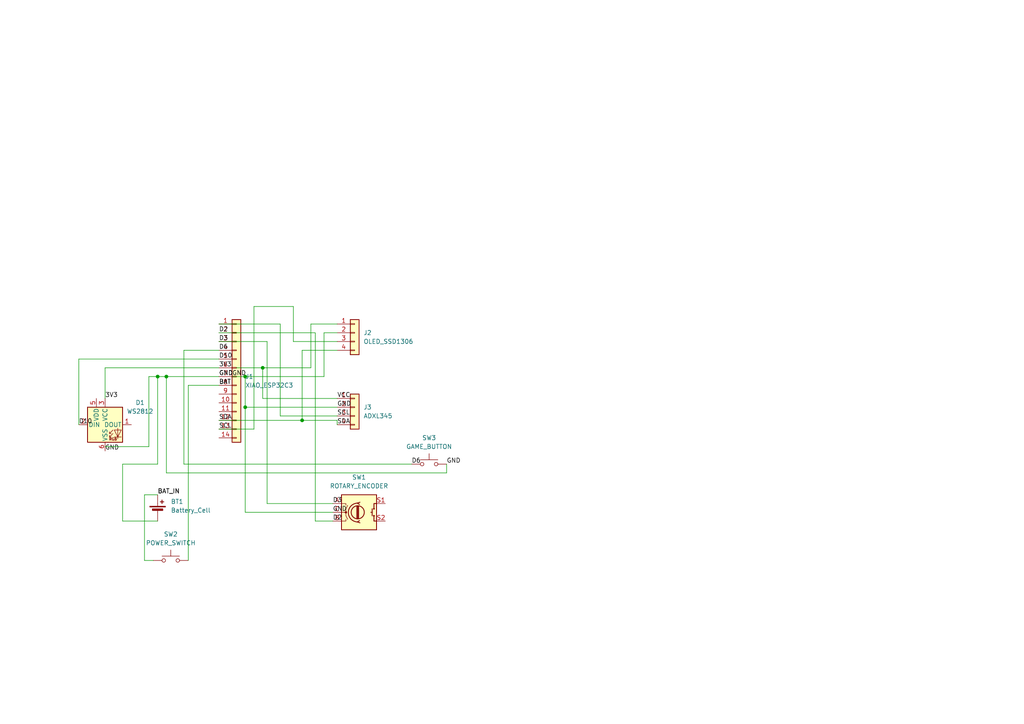
<source format=kicad_sch>
(kicad_sch (version 20250114) (generator "eeschema") (generator_version "9.0")
  (paper "A4")
  (lib_symbols
    (symbol "Connector_Generic:Conn_01x04" (pin_names (offset 1.016) (hide yes))
      (property "Reference" "J" (at 0 5.08 0))
      (property "Value" "Conn_01x04" (at 0 -7.62 0))
      (symbol "Conn_01x04_1_1"
        (rectangle (start -1.27 3.81) (end 1.27 -6.35) (stroke (width 0.254)) (fill (type background)))
        (rectangle (start -1.27 2.667) (end 0 2.413) (stroke (width 0.1524)))
        (rectangle (start -1.27 0.127) (end 0 -0.127) (stroke (width 0.1524)))
        (rectangle (start -1.27 -2.413) (end 0 -2.667) (stroke (width 0.1524)))
        (rectangle (start -1.27 -4.953) (end 0 -5.207) (stroke (width 0.1524)))
        (pin passive line (at -5.08 2.54 0) (length 3.81) (name "Pin_1") (number "1"))
        (pin passive line (at -5.08 0 0) (length 3.81) (name "Pin_2") (number "2"))
        (pin passive line (at -5.08 -2.54 0) (length 3.81) (name "Pin_3") (number "3"))
        (pin passive line (at -5.08 -5.08 0) (length 3.81) (name "Pin_4") (number "4"))
      )
    )
    (symbol "Connector_Generic:Conn_01x14" (pin_names (offset 1.016) (hide yes))
      (property "Reference" "J" (at 0 17.78 0))
      (property "Value" "Conn_01x14" (at 0 -20.32 0))
      (symbol "Conn_01x14_1_1"
        (rectangle (start -1.27 16.51) (end 1.27 -19.05) (stroke (width 0.254)) (fill (type background)))
        (rectangle (start -1.27 15.367) (end 0 15.113) (stroke (width 0.1524)))
        (rectangle (start -1.27 12.827) (end 0 12.573) (stroke (width 0.1524)))
        (rectangle (start -1.27 10.287) (end 0 10.033) (stroke (width 0.1524)))
        (rectangle (start -1.27 7.747) (end 0 7.493) (stroke (width 0.1524)))
        (rectangle (start -1.27 5.207) (end 0 4.953) (stroke (width 0.1524)))
        (rectangle (start -1.27 2.667) (end 0 2.413) (stroke (width 0.1524)))
        (rectangle (start -1.27 0.127) (end 0 -0.127) (stroke (width 0.1524)))
        (rectangle (start -1.27 -2.413) (end 0 -2.667) (stroke (width 0.1524)))
        (rectangle (start -1.27 -4.953) (end 0 -5.207) (stroke (width 0.1524)))
        (rectangle (start -1.27 -7.493) (end 0 -7.747) (stroke (width 0.1524)))
        (rectangle (start -1.27 -10.033) (end 0 -10.287) (stroke (width 0.1524)))
        (rectangle (start -1.27 -12.573) (end 0 -12.827) (stroke (width 0.1524)))
        (rectangle (start -1.27 -15.113) (end 0 -15.367) (stroke (width 0.1524)))
        (rectangle (start -1.27 -17.653) (end 0 -17.907) (stroke (width 0.1524)))
        (pin passive line (at -5.08 15.24 0) (length 3.81) (name "Pin_1") (number "1"))
        (pin passive line (at -5.08 12.7 0) (length 3.81) (name "Pin_2") (number "2"))
        (pin passive line (at -5.08 10.16 0) (length 3.81) (name "Pin_3") (number "3"))
        (pin passive line (at -5.08 7.62 0) (length 3.81) (name "Pin_4") (number "4"))
        (pin passive line (at -5.08 5.08 0) (length 3.81) (name "Pin_5") (number "5"))
        (pin passive line (at -5.08 2.54 0) (length 3.81) (name "Pin_6") (number "6"))
        (pin passive line (at -5.08 0 0) (length 3.81) (name "Pin_7") (number "7"))
        (pin passive line (at -5.08 -2.54 0) (length 3.81) (name "Pin_8") (number "8"))
        (pin passive line (at -5.08 -5.08 0) (length 3.81) (name "Pin_9") (number "9"))
        (pin passive line (at -5.08 -7.62 0) (length 3.81) (name "Pin_10") (number "10"))
        (pin passive line (at -5.08 -10.16 0) (length 3.81) (name "Pin_11") (number "11"))
        (pin passive line (at -5.08 -12.7 0) (length 3.81) (name "Pin_12") (number "12"))
        (pin passive line (at -5.08 -15.24 0) (length 3.81) (name "Pin_13") (number "13"))
        (pin passive line (at -5.08 -17.78 0) (length 3.81) (name "Pin_14") (number "14"))
      )
    )
    (symbol "Device:Battery_Cell" (pin_numbers (hide yes)) (pin_names (offset 0) (hide yes))
      (property "Reference" "BT" (at 2.54 2.54 0))
      (property "Value" "Battery_Cell" (at 2.54 0 0))
      (symbol "Battery_Cell_0_1"
        (rectangle (start -2.286 1.778) (end 2.286 1.524) (fill (type outline)))
        (rectangle (start -1.524 1.016) (end 1.524 0.508) (fill (type outline)))
        (polyline (pts (xy 0 1.778) (xy 0 2.54)))
        (polyline (pts (xy 0 0.762) (xy 0 0)))
        (polyline (pts (xy 0.762 3.048) (xy 1.778 3.048)) (stroke (width 0.254)))
        (polyline (pts (xy 1.27 3.556) (xy 1.27 2.54)) (stroke (width 0.254)))
      )
      (symbol "Battery_Cell_1_1"
        (pin passive line (at 0 5.08 270) (length 2.54) (name "+") (number "1"))
        (pin passive line (at 0 -2.54 90) (length 2.54) (name "-") (number "2"))
      )
    )
    (symbol "Device:RotaryEncoder_Switch" (pin_names (offset 0.254) (hide yes))
      (property "Reference" "SW" (at 0 6.604 0))
      (property "Value" "RotaryEncoder_Switch" (at 0 -6.604 0))
      (symbol "RotaryEncoder_Switch_0_1"
        (rectangle (start -5.08 5.08) (end 5.08 -5.08) (stroke (width 0.254)) (fill (type background)))
        (polyline (pts (xy -5.08 2.54) (xy -3.81 2.54) (xy -3.81 2.032)))
        (polyline (pts (xy -5.08 0) (xy -3.81 0) (xy -3.81 -1.016) (xy -3.302 -2.032)))
        (polyline (pts (xy -5.08 -2.54) (xy -3.81 -2.54) (xy -3.81 -2.032)))
        (polyline (pts (xy -4.318 0) (xy -3.81 0) (xy -3.81 1.016) (xy -3.302 2.032)))
        (circle (center -3.81 0) (radius 0.254) (fill (type outline)))
        (polyline (pts (xy -0.635 -1.778) (xy -0.635 1.778)) (stroke (width 0.254)))
        (circle (center -0.381 0) (radius 1.905) (stroke (width 0.254)))
        (polyline (pts (xy -0.381 -1.778) (xy -0.381 1.778)) (stroke (width 0.254)))
        (arc (start -0.381 -2.794) (mid -3.0988 -0.0635) (end -0.381 2.667) (stroke (width 0.254)))
        (polyline (pts (xy -0.127 1.778) (xy -0.127 -1.778)) (stroke (width 0.254)))
        (polyline (pts (xy 0.254 2.921) (xy -0.508 2.667) (xy 0.127 2.286)) (stroke (width 0.254)))
        (polyline (pts (xy 0.254 -3.048) (xy -0.508 -2.794) (xy 0.127 -2.413)) (stroke (width 0.254)))
        (polyline (pts (xy 3.81 1.016) (xy 3.81 -1.016)) (stroke (width 0.254)))
        (polyline (pts (xy 3.81 0) (xy 3.429 0)) (stroke (width 0.254)))
        (circle (center 4.318 1.016) (radius 0.127) (stroke (width 0.254)))
        (circle (center 4.318 -1.016) (radius 0.127) (stroke (width 0.254)))
        (polyline (pts (xy 5.08 2.54) (xy 4.318 2.54) (xy 4.318 1.016)) (stroke (width 0.254)))
        (polyline (pts (xy 5.08 -2.54) (xy 4.318 -2.54) (xy 4.318 -1.016)) (stroke (width 0.254)))
      )
      (symbol "RotaryEncoder_Switch_1_1"
        (pin passive line (at -7.62 2.54 0) (length 2.54) (name "A") (number "A"))
        (pin passive line (at -7.62 0 0) (length 2.54) (name "C") (number "C"))
        (pin passive line (at -7.62 -2.54 0) (length 2.54) (name "B") (number "B"))
        (pin passive line (at 7.62 2.54 180) (length 2.54) (name "S1") (number "S1"))
        (pin passive line (at 7.62 -2.54 180) (length 2.54) (name "S2") (number "S2"))
      )
    )
    (symbol "LED:WS2812" (pin_names (offset 0.254))
      (property "Reference" "D" (at 5.08 5.715 0))
      (property "Value" "WS2812" (at 1.27 -5.715 0))
      (symbol "WS2812_0_0"
        (text "RGB" (at 2.286 -4.191 0) (effects (font (size 0.762 0.762))))
      )
      (symbol "WS2812_0_1"
        (polyline (pts (xy 1.27 -2.54) (xy 1.778 -2.54)))
        (polyline (pts (xy 1.27 -3.556) (xy 1.778 -3.556)))
        (polyline (pts (xy 2.286 -1.524) (xy 1.27 -2.54) (xy 1.27 -2.032)))
        (polyline (pts (xy 2.286 -2.54) (xy 1.27 -3.556) (xy 1.27 -3.048)))
        (polyline (pts (xy 3.683 -1.016) (xy 3.683 -3.556) (xy 3.683 -4.064)))
        (polyline (pts (xy 4.699 -1.524) (xy 2.667 -1.524) (xy 3.683 -3.556) (xy 4.699 -1.524)))
        (polyline (pts (xy 4.699 -3.556) (xy 2.667 -3.556)))
        (rectangle (start 5.08 5.08) (end -5.08 -5.08) (stroke (width 0.254)) (fill (type background)))
      )
      (symbol "WS2812_1_1"
        (pin input line (at -7.62 0 0) (length 2.54) (name "DIN") (number "2"))
        (pin power_in line (at -2.54 7.62 270) (length 2.54) (name "VDD") (number "5"))
        (pin power_in line (at 0 7.62 270) (length 2.54) (name "VCC") (number "3"))
        (pin power_in line (at 0 -7.62 90) (length 2.54) (name "VSS") (number "6"))
        (pin no_connect line (at 5.08 2.54 180) (length 2.54) (hide yes) (name "NC") (number "4"))
        (pin output line (at 7.62 0 180) (length 2.54) (name "DOUT") (number "1"))
      )
    )
    (symbol "Switch:SW_Push" (pin_numbers (hide yes)) (pin_names (offset 1.016) (hide yes))
      (property "Reference" "SW" (at 1.27 2.54 0))
      (property "Value" "SW_Push" (at 0 -1.524 0))
      (symbol "SW_Push_0_1"
        (circle (center -2.032 0) (radius 0.508))
        (polyline (pts (xy 0 1.27) (xy 0 3.048)))
        (circle (center 2.032 0) (radius 0.508))
        (polyline (pts (xy 2.54 1.27) (xy -2.54 1.27)))
        (pin passive line (at -5.08 0 0) (length 2.54) (name "1") (number "1"))
        (pin passive line (at 5.08 0 180) (length 2.54) (name "2") (number "2"))
      )
    )
  )
  (junction (at 48.26 109.22))
  (junction (at 87.63 121.92))
  (junction (at 45.72 109.22))
  (junction (at 71.12 118.11))
  (junction (at 71.12 109.22))
  (junction (at 76.2 106.68))
  (wire (pts (xy 30.48 115.57) (xy 30.48 106.68)))
  (wire (pts (xy 30.48 106.68) (xy 63.5 106.68)))
  (wire (pts (xy 76.2 106.68) (xy 90.17 106.68)))
  (wire (pts (xy 63.5 124.46) (xy 73.66 124.46)))
  (wire (pts (xy 97.79 123.19) (xy 97.79 121.92)))
  (wire (pts (xy 53.34 101.6) (xy 63.5 101.6)))
  (wire (pts (xy 87.63 121.92) (xy 97.79 121.92)))
  (wire (pts (xy 53.34 134.62) (xy 53.34 101.6)))
  (wire (pts (xy 41.91 143.51) (xy 41.91 162.56)))
  (wire (pts (xy 43.18 109.22) (xy 45.72 109.22)))
  (wire (pts (xy 48.26 109.22) (xy 48.26 137.16)))
  (wire (pts (xy 93.98 109.22) (xy 93.98 96.52)))
  (wire (pts (xy 119.38 134.62) (xy 53.34 134.62)))
  (wire (pts (xy 90.17 93.98) (xy 97.79 93.98)))
  (wire (pts (xy 87.63 121.92) (xy 87.63 101.6)))
  (wire (pts (xy 71.12 109.22) (xy 71.12 118.11)))
  (wire (pts (xy 96.52 146.05) (xy 77.47 146.05)))
  (wire (pts (xy 71.12 109.22) (xy 93.98 109.22)))
  (wire (pts (xy 85.09 99.06) (xy 97.79 99.06)))
  (wire (pts (xy 87.63 101.6) (xy 97.79 101.6)))
  (wire (pts (xy 63.5 121.92) (xy 87.63 121.92)))
  (wire (pts (xy 71.12 118.11) (xy 71.12 148.59)))
  (wire (pts (xy 35.56 134.62) (xy 45.72 134.62)))
  (wire (pts (xy 77.47 146.05) (xy 77.47 99.06)))
  (wire (pts (xy 96.52 148.59) (xy 71.12 148.59)))
  (wire (pts (xy 129.54 137.16) (xy 48.26 137.16)))
  (wire (pts (xy 45.72 109.22) (xy 48.26 109.22)))
  (wire (pts (xy 73.66 88.9) (xy 85.09 88.9)))
  (wire (pts (xy 43.18 129.54) (xy 43.18 109.22)))
  (wire (pts (xy 90.17 93.98) (xy 90.17 106.68)))
  (wire (pts (xy 63.5 109.22) (xy 48.26 109.22)))
  (wire (pts (xy 54.61 111.76) (xy 54.61 162.56)))
  (wire (pts (xy 67.31 109.22) (xy 71.12 109.22)))
  (wire (pts (xy 41.91 143.51) (xy 45.72 143.51)))
  (wire (pts (xy 73.66 88.9) (xy 73.66 124.46)))
  (wire (pts (xy 63.5 111.76) (xy 54.61 111.76)))
  (wire (pts (xy 91.44 96.52) (xy 91.44 151.13)))
  (wire (pts (xy 63.5 99.06) (xy 77.47 99.06)))
  (wire (pts (xy 129.54 134.62) (xy 129.54 137.16)))
  (wire (pts (xy 93.98 96.52) (xy 97.79 96.52)))
  (wire (pts (xy 76.2 115.57) (xy 76.2 106.68)))
  (wire (pts (xy 22.86 104.14) (xy 63.5 104.14)))
  (wire (pts (xy 41.91 162.56) (xy 44.45 162.56)))
  (wire (pts (xy 97.79 120.65) (xy 81.28 120.65)))
  (wire (pts (xy 97.79 118.11) (xy 71.12 118.11)))
  (wire (pts (xy 91.44 151.13) (xy 96.52 151.13)))
  (wire (pts (xy 45.72 134.62) (xy 45.72 109.22)))
  (wire (pts (xy 22.86 123.19) (xy 22.86 104.14)))
  (wire (pts (xy 63.5 96.52) (xy 91.44 96.52)))
  (wire (pts (xy 45.72 151.13) (xy 35.56 151.13)))
  (wire (pts (xy 30.48 129.54) (xy 43.18 129.54)))
  (wire (pts (xy 35.56 151.13) (xy 35.56 134.62)))
  (wire (pts (xy 85.09 88.9) (xy 85.09 99.06)))
  (wire (pts (xy 68.58 106.68) (xy 76.2 106.68)))
  (wire (pts (xy 97.79 115.57) (xy 76.2 115.57)))
  (wire (pts (xy 81.28 120.65) (xy 81.28 93.98)))
  (wire (pts (xy 81.28 93.98) (xy 63.5 93.98)))
  (label "D10" (at 63.5 104.14 0))
  (label "GND" (at 129.54 134.62 0))
  (label "D2" (at 96.52 151.13 0))
  (label "BAT" (at 63.5 111.76 0))
  (label "GND" (at 97.79 118.11 0))
  (label "D6" (at 63.5 101.6 0))
  (label "BAT" (at 63.5 111.76 0))
  (label "D10" (at 22.86 123.19 0))
  (label " " (at 93.98 148.59 0))
  (label "SCL" (at 97.79 120.65 0))
  (label "GND" (at 63.5 109.22 0))
  (label "VCC" (at 97.79 115.57 0))
  (label "3V3" (at 30.48 115.57 0))
  (label "D3" (at 96.52 146.05 0))
  (label "GND" (at 67.31 109.22 0))
  (label "D2" (at 63.5 96.52 0))
  (label "SDA" (at 63.5 121.92 0))
  (label "SDA" (at 97.79 123.19 0))
  (label "GND" (at 63.5 109.22 0))
  (label "GND" (at 30.48 130.81 0))
  (label "3V3" (at 63.5 106.68 0))
  (label "GND" (at 96.52 148.59 0))
  (label "BAT_IN" (at 45.72 143.51 0))
  (label "BAT_IN" (at 45.72 143.51 0))
  (label "D3" (at 63.5 99.06 0))
  (label "D6" (at 119.38 134.62 0))
  (label "SCL" (at 63.5 124.46 0))
  (symbol (lib_id "Switch:SW_Push") (at 124.46 134.62 0) (unit 1)
    (property "Reference" "SW3" (at 124.46 127 0))
    (property "Value" "GAME_BUTTON" (at 124.46 129.54 0))
    (property "Description" "Push button switch, generic, two pins" (effects (hide yes)))
  )
  (symbol (lib_id "Connector_Generic:Conn_01x04") (at 102.87 96.52 0) (unit 1)
    (property "Reference" "J2" (at 105.41 96.5199 0) (effects (justify left)))
    (property "Value" "OLED_SSD1306" (at 105.41 99.0599 0) (effects (justify left)))
    (property "Description" "Generic connector, single row, 01x04, script generated (kicad-library-utils/schlib/autogen/connector/)" (effects (hide yes)))
  )
  (symbol (lib_id "Switch:SW_Push") (at 49.53 162.56 0) (unit 1)
    (property "Reference" "SW2" (at 49.53 154.94 0))
    (property "Value" "POWER_SWITCH" (at 49.53 157.48 0))
    (property "Description" "Push button switch, generic, two pins" (effects (hide yes)))
  )
  (symbol (lib_id "Device:RotaryEncoder_Switch") (at 104.14 148.59 0) (unit 1)
    (property "Reference" "SW1" (at 104.14 138.43 0))
    (property "Value" "ROTARY_ENCODER" (at 104.14 140.97 0))
    (property "Description" "Rotary encoder, dual channel, incremental quadrate outputs, with switch" (effects (hide yes)))
  )
  (symbol (lib_id "LED:WS2812") (at 30.48 123.19 0) (unit 1)
    (property "Reference" "D1" (at 40.64 116.7698 0))
    (property "Value" "WS2812" (at 40.64 119.3098 0))
    (property "Footprint" "LED_SMD:LED_WS2812_PLCC6_5.0x5.0mm_P1.6mm" (effects (hide yes)))
    (property "Datasheet" "https://cdn-shop.adafruit.com/datasheets/WS2812.pdf" (effects (hide yes)))
    (property "Description" "RGB LED with integrated controller" (effects (hide yes)))
  )
  (symbol (lib_id "Connector_Generic:Conn_01x14") (at 68.58 109.22 0) (unit 1)
    (property "Reference" "J1" (at 71.12 109.2199 0) (effects (justify left)))
    (property "Value" "XIAO_ESP32C3" (at 71.12 111.7599 0) (effects (justify left)))
    (property "Description" "Generic connector, single row, 01x14, script generated (kicad-library-utils/schlib/autogen/connector/)" (effects (hide yes)))
  )
  (symbol (lib_id "Device:Battery_Cell") (at 45.72 148.59 0) (unit 1)
    (property "Reference" "BT1" (at 49.53 145.4784 0) (effects (justify left)))
    (property "Value" "Battery_Cell" (at 49.53 148.0184 0) (effects (justify left)))
    (property "Description" "Single-cell battery" (effects (hide yes)))
  )
  (symbol (lib_id "Connector_Generic:Conn_01x04") (at 102.87 118.11 0) (unit 1)
    (property "Reference" "J3" (at 105.41 118.1099 0) (effects (justify left)))
    (property "Value" "ADXL345" (at 105.41 120.6499 0) (effects (justify left)))
    (property "Description" "Generic connector, single row, 01x04, script generated (kicad-library-utils/schlib/autogen/connector/)" (effects (hide yes)))
  )
)
</source>
